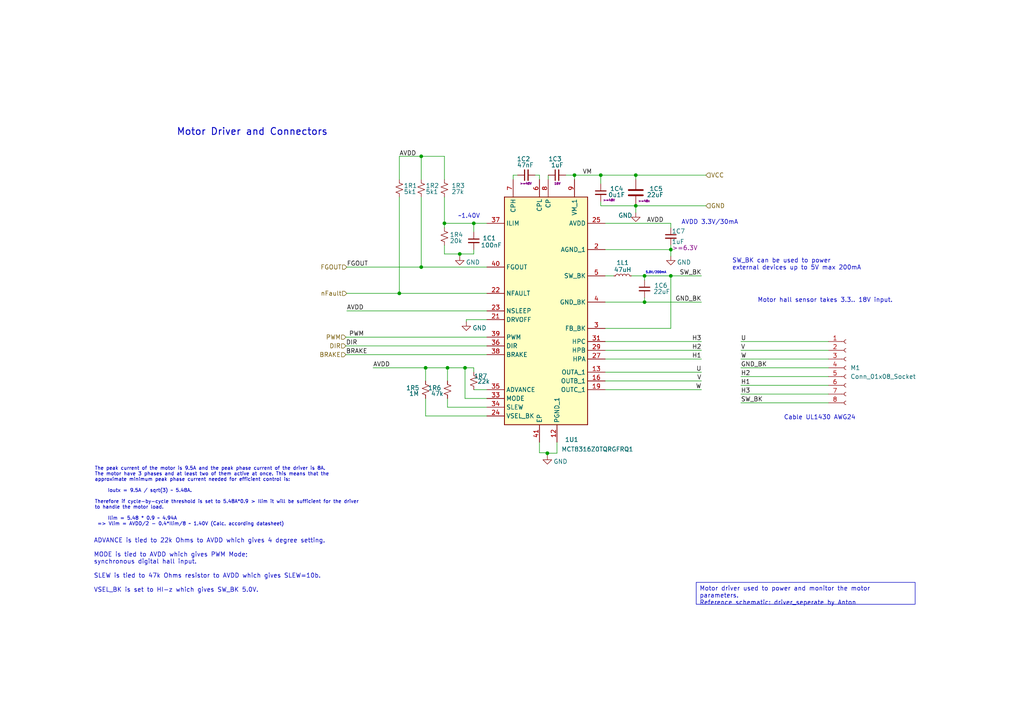
<source format=kicad_sch>
(kicad_sch (version 20231120) (generator "eeschema") (generator_version "8.0")
  (paper "A4")
  (lib_symbols
    (symbol "Connector:Conn_01x08_Socket" (pin_names (offset 1.016) hide)
      (property "Reference" "J" (at 0 10.16 0))
      (property "Value" "Conn_01x08_Socket" (at 0 -12.7 0))
      (symbol "Conn_01x08_Socket_1_1"
        (arc (start 0 -9.652) (mid -0.5058 -10.16) (end 0 -10.668) (stroke (width 0.1524)))
        (arc (start 0 -7.112) (mid -0.5058 -7.62) (end 0 -8.128) (stroke (width 0.1524)))
        (arc (start 0 -4.572) (mid -0.5058 -5.08) (end 0 -5.588) (stroke (width 0.1524)))
        (arc (start 0 -2.032) (mid -0.5058 -2.54) (end 0 -3.048) (stroke (width 0.1524)))
        (polyline (pts (xy -1.27 -10.16) (xy -0.508 -10.16)) (stroke (width 0.1524)))
        (polyline (pts (xy -1.27 -7.62) (xy -0.508 -7.62)) (stroke (width 0.1524)))
        (polyline (pts (xy -1.27 -5.08) (xy -0.508 -5.08)) (stroke (width 0.1524)))
        (polyline (pts (xy -1.27 -2.54) (xy -0.508 -2.54)) (stroke (width 0.1524)))
        (polyline (pts (xy -1.27 0) (xy -0.508 0)) (stroke (width 0.1524)))
        (polyline (pts (xy -1.27 2.54) (xy -0.508 2.54)) (stroke (width 0.1524)))
        (polyline (pts (xy -1.27 5.08) (xy -0.508 5.08)) (stroke (width 0.1524)))
        (polyline (pts (xy -1.27 7.62) (xy -0.508 7.62)) (stroke (width 0.1524)))
        (arc (start 0 0.508) (mid -0.5058 0) (end 0 -0.508) (stroke (width 0.1524)))
        (arc (start 0 3.048) (mid -0.5058 2.54) (end 0 2.032) (stroke (width 0.1524)))
        (arc (start 0 5.588) (mid -0.5058 5.08) (end 0 4.572) (stroke (width 0.1524)))
        (arc (start 0 8.128) (mid -0.5058 7.62) (end 0 7.112) (stroke (width 0.1524)))
        (pin passive line (at -5.08 7.62 0) (length 3.81) (name "Pin_1") (number "1"))
        (pin passive line (at -5.08 5.08 0) (length 3.81) (name "Pin_2") (number "2"))
        (pin passive line (at -5.08 2.54 0) (length 3.81) (name "Pin_3") (number "3"))
        (pin passive line (at -5.08 0 0) (length 3.81) (name "Pin_4") (number "4"))
        (pin passive line (at -5.08 -2.54 0) (length 3.81) (name "Pin_5") (number "5"))
        (pin passive line (at -5.08 -5.08 0) (length 3.81) (name "Pin_6") (number "6"))
        (pin passive line (at -5.08 -7.62 0) (length 3.81) (name "Pin_7") (number "7"))
        (pin passive line (at -5.08 -10.16 0) (length 3.81) (name "Pin_8") (number "8"))
      )
    )
    (symbol "Device:C" (pin_numbers hide) (pin_names (offset 0.254))
      (property "Reference" "C" (at 0.635 2.54 0))
      (property "Value" "C" (at 0.635 -2.54 0))
      (symbol "C_0_1"
        (polyline (pts (xy -2.032 -0.762) (xy 2.032 -0.762)) (stroke (width 0.508)))
        (polyline (pts (xy -2.032 0.762) (xy 2.032 0.762)) (stroke (width 0.508)))
      )
      (symbol "C_1_1"
        (pin passive line (at 0 3.81 270) (length 2.794) (name "~") (number "1"))
        (pin passive line (at 0 -3.81 90) (length 2.794) (name "~") (number "2"))
      )
    )
    (symbol "Device:C_Small" (pin_numbers hide) (pin_names (offset 0.254) hide)
      (property "Reference" "C" (at 0.254 1.778 0))
      (property "Value" "C_Small" (at 0.254 -2.032 0))
      (symbol "C_Small_0_1"
        (polyline (pts (xy -1.524 -0.508) (xy 1.524 -0.508)) (stroke (width 0.3302)))
        (polyline (pts (xy -1.524 0.508) (xy 1.524 0.508)) (stroke (width 0.3048)))
      )
      (symbol "C_Small_1_1"
        (pin passive line (at 0 2.54 270) (length 2.032) (name "~") (number "1"))
        (pin passive line (at 0 -2.54 90) (length 2.032) (name "~") (number "2"))
      )
    )
    (symbol "Device:L_Small" (pin_numbers hide) (pin_names (offset 0.254) hide)
      (property "Reference" "L" (at 0.762 1.016 0))
      (property "Value" "L_Small" (at 0.762 -1.016 0))
      (symbol "L_Small_0_1"
        (arc (start 0 -2.032) (mid 0.5058 -1.524) (end 0 -1.016))
        (arc (start 0 -1.016) (mid 0.5058 -0.508) (end 0 0))
        (arc (start 0 0) (mid 0.5058 0.508) (end 0 1.016))
        (arc (start 0 1.016) (mid 0.5058 1.524) (end 0 2.032))
      )
      (symbol "L_Small_1_1"
        (pin passive line (at 0 2.54 270) (length 0.508) (name "~") (number "1"))
        (pin passive line (at 0 -2.54 90) (length 0.508) (name "~") (number "2"))
      )
    )
    (symbol "Device:R_Small_US" (pin_numbers hide) (pin_names (offset 0.254) hide)
      (property "Reference" "R" (at 0.762 0.508 0))
      (property "Value" "R_Small_US" (at 0.762 -1.016 0))
      (symbol "R_Small_US_1_1"
        (polyline (pts (xy 0 0) (xy 1.016 -0.381) (xy 0 -0.762) (xy -1.016 -1.143) (xy 0 -1.524)))
        (polyline (pts (xy 0 1.524) (xy 1.016 1.143) (xy 0 0.762) (xy -1.016 0.381) (xy 0 0)))
        (pin passive line (at 0 2.54 270) (length 1.016) (name "~") (number "1"))
        (pin passive line (at 0 -2.54 90) (length 1.016) (name "~") (number "2"))
      )
    )
    (symbol "MCT8316Z0TQRGFRQ1:MCT8316Z0TQRGFRQ1"
      (property "Reference" "IC?" (at 5.08 -54.61 0))
      (property "Value" "MCT8316Z0TQRGFRQ1" (at 21.59 -54.61 0))
      (symbol "MCT8316Z0TQRGFRQ1_1_1"
        (rectangle (start 5.08 12.7) (end 29.21 -53.34) (stroke (width 0.254)) (fill (type background)))
        (pin no_connect line (at 29.21 -5.08 180) (length 5.08) hide (name "NC") (number "1"))
        (pin passive line (at 25.4 17.78 270) (length 5.08) hide (name "VM_2") (number "10"))
        (pin passive line (at 25.4 17.78 270) (length 5.08) hide (name "VM_3") (number "11"))
        (pin passive line (at 20.32 -58.42 90) (length 5.08) (name "PGND_1") (number "12"))
        (pin passive line (at 34.29 -38.1 180) (length 5.08) (name "OUTA_1") (number "13"))
        (pin passive line (at 34.29 -38.1 180) (length 5.08) hide (name "OUTA_2") (number "14"))
        (pin passive line (at 20.32 -58.42 90) (length 5.08) hide (name "PGND_2") (number "15"))
        (pin passive line (at 34.29 -40.64 180) (length 5.08) (name "OUTB_1") (number "16"))
        (pin passive line (at 34.29 -40.64 180) (length 5.08) hide (name "OUTB_2") (number "17"))
        (pin passive line (at 20.32 -58.42 90) (length 5.08) hide (name "PGND_3") (number "18"))
        (pin passive line (at 34.29 -43.18 180) (length 5.08) (name "OUTC_1") (number "19"))
        (pin passive line (at 34.29 -2.54 180) (length 5.08) (name "AGND_1") (number "2"))
        (pin passive line (at 34.29 -43.18 180) (length 5.08) hide (name "OUTC_2") (number "20"))
        (pin passive line (at 0 -22.86 0) (length 5.08) (name "DRVOFF") (number "21"))
        (pin passive line (at 0 -15.24 0) (length 5.08) (name "NFAULT") (number "22"))
        (pin passive line (at 0 -20.32 0) (length 5.08) (name "NSLEEP") (number "23"))
        (pin passive line (at 0 -50.8 0) (length 5.08) (name "VSEL_BK") (number "24"))
        (pin passive line (at 34.29 5.08 180) (length 5.08) (name "AVDD") (number "25"))
        (pin passive line (at 34.29 -2.54 180) (length 5.08) hide (name "AGND_2") (number "26"))
        (pin passive line (at 34.29 -34.29 180) (length 5.08) (name "HPA") (number "27"))
        (pin no_connect line (at 29.21 -21.59 180) (length 5.08) hide (name "HNA") (number "28"))
        (pin passive line (at 34.29 -31.75 180) (length 5.08) (name "HPB") (number "29"))
        (pin passive line (at 34.29 -25.4 180) (length 5.08) (name "FB_BK") (number "3"))
        (pin no_connect line (at 29.21 -21.59 180) (length 5.08) hide (name "HNB") (number "30"))
        (pin passive line (at 34.29 -29.21 180) (length 5.08) (name "HPC") (number "31"))
        (pin no_connect line (at 29.21 -21.59 180) (length 5.08) hide (name "HNC") (number "32"))
        (pin passive line (at 0 -45.72 0) (length 5.08) (name "MODE") (number "33"))
        (pin passive line (at 0 -48.26 0) (length 5.08) (name "SLEW") (number "34"))
        (pin passive line (at 0 -43.18 0) (length 5.08) (name "ADVANCE") (number "35"))
        (pin passive line (at 0 -30.48 0) (length 5.08) (name "DIR") (number "36"))
        (pin passive line (at 0 5.08 0) (length 5.08) (name "ILIM") (number "37"))
        (pin passive line (at 0 -33.02 0) (length 5.08) (name "BRAKE") (number "38"))
        (pin passive line (at 0 -27.94 0) (length 5.08) (name "PWM") (number "39"))
        (pin passive line (at 34.29 -17.78 180) (length 5.08) (name "GND_BK") (number "4"))
        (pin passive line (at 0 -7.62 0) (length 5.08) (name "FGOUT") (number "40"))
        (pin passive line (at 15.24 -58.42 90) (length 5.08) (name "EP") (number "41"))
        (pin passive line (at 34.29 -10.16 180) (length 5.08) (name "SW_BK") (number "5"))
        (pin passive line (at 15.24 17.78 270) (length 5.08) (name "CPL") (number "6"))
        (pin passive line (at 7.62 17.78 270) (length 5.08) (name "CPH") (number "7"))
        (pin passive line (at 17.78 17.78 270) (length 5.08) (name "CP") (number "8"))
        (pin passive line (at 25.4 17.78 270) (length 5.08) (name "VM_1") (number "9"))
      )
    )
    (symbol "power:GND" (power) (pin_numbers hide) (pin_names (offset 0) hide)
      (property "Value" "GND" (at 0 -3.81 0))
      (symbol "GND_0_1"
        (polyline (pts (xy 0 0) (xy 0 -1.27) (xy 1.27 -1.27) (xy 0 -2.54) (xy -1.27 -1.27) (xy 0 -1.27)))
      )
      (symbol "GND_1_1"
        (pin power_in line (at 0 0 270) (length 0) (name "~") (number "1"))
      )
    )
  )
  (junction (at 166.624 50.8))
  (junction (at 129.794 106.68))
  (junction (at 184.404 59.69))
  (junction (at 133.35 73.66))
  (junction (at 134.874 106.68))
  (junction (at 186.944 80.01))
  (junction (at 122.174 77.47))
  (junction (at 186.944 87.63))
  (junction (at 184.404 50.8))
  (junction (at 123.444 106.68))
  (junction (at 115.824 85.09))
  (junction (at 122.174 45.339))
  (junction (at 137.414 64.77))
  (junction (at 158.75 131.445))
  (junction (at 174.244 50.8))
  (junction (at 128.905 64.77))
  (junction (at 194.564 72.39))
  (junction (at 194.564 80.01))
  (wire (pts (xy 128.905 57.15) (xy 128.905 64.77)))
  (wire (pts (xy 123.444 120.65) (xy 141.224 120.65)))
  (wire (pts (xy 166.624 50.8) (xy 166.624 52.07)))
  (wire (pts (xy 214.884 109.22) (xy 240.284 109.22)))
  (wire (pts (xy 134.874 106.68) (xy 137.414 106.68)))
  (wire (pts (xy 100.584 85.09) (xy 115.824 85.09)))
  (wire (pts (xy 122.174 45.339) (xy 128.905 45.339)))
  (wire (pts (xy 183.134 80.01) (xy 186.944 80.01)))
  (wire (pts (xy 100.33 100.33) (xy 141.224 100.33)))
  (wire (pts (xy 164.084 50.8) (xy 166.624 50.8)))
  (wire (pts (xy 156.464 131.318) (xy 158.75 131.318)))
  (wire (pts (xy 175.514 101.6) (xy 203.454 101.6)))
  (wire (pts (xy 194.564 71.12) (xy 194.564 72.39)))
  (wire (pts (xy 194.564 64.77) (xy 194.564 66.04)))
  (wire (pts (xy 137.414 113.03) (xy 141.224 113.03)))
  (wire (pts (xy 129.794 115.57) (xy 129.794 118.11)))
  (wire (pts (xy 194.564 72.39) (xy 194.564 74.295)))
  (wire (pts (xy 133.35 73.66) (xy 137.414 73.66)))
  (wire (pts (xy 214.884 116.84) (xy 240.284 116.84)))
  (wire (pts (xy 128.905 45.339) (xy 128.905 52.07)))
  (wire (pts (xy 115.824 45.339) (xy 122.174 45.339)))
  (wire (pts (xy 158.75 131.445) (xy 158.75 132.08)))
  (wire (pts (xy 175.514 107.95) (xy 203.454 107.95)))
  (wire (pts (xy 174.244 50.8) (xy 174.244 53.34)))
  (wire (pts (xy 214.884 99.06) (xy 240.284 99.06)))
  (wire (pts (xy 115.824 45.339) (xy 115.824 52.07)))
  (wire (pts (xy 175.514 113.03) (xy 203.454 113.03)))
  (wire (pts (xy 175.514 95.25) (xy 194.564 95.25)))
  (wire (pts (xy 174.244 50.8) (xy 184.404 50.8)))
  (wire (pts (xy 186.944 80.01) (xy 194.564 80.01)))
  (wire (pts (xy 175.514 104.14) (xy 203.454 104.14)))
  (wire (pts (xy 133.35 73.66) (xy 133.35 74.295)))
  (wire (pts (xy 148.844 50.8) (xy 150.114 50.8)))
  (wire (pts (xy 175.514 110.49) (xy 203.454 110.49)))
  (wire (pts (xy 175.514 87.63) (xy 186.944 87.63)))
  (wire (pts (xy 129.794 106.68) (xy 134.874 106.68)))
  (wire (pts (xy 184.404 59.69) (xy 204.724 59.69)))
  (wire (pts (xy 156.464 128.27) (xy 156.464 131.318)))
  (wire (pts (xy 148.844 50.8) (xy 148.844 52.07)))
  (wire (pts (xy 186.944 80.01) (xy 186.944 81.28)))
  (wire (pts (xy 128.905 73.66) (xy 128.905 71.12)))
  (wire (pts (xy 175.514 72.39) (xy 194.564 72.39)))
  (wire (pts (xy 158.75 131.445) (xy 161.544 131.445)))
  (wire (pts (xy 161.544 128.27) (xy 161.544 131.445)))
  (wire (pts (xy 134.874 115.57) (xy 141.224 115.57)))
  (wire (pts (xy 175.514 99.06) (xy 203.454 99.06)))
  (wire (pts (xy 214.884 111.76) (xy 240.284 111.76)))
  (wire (pts (xy 175.514 80.01) (xy 178.054 80.01)))
  (wire (pts (xy 214.884 114.3) (xy 240.284 114.3)))
  (wire (pts (xy 129.794 118.11) (xy 141.224 118.11)))
  (wire (pts (xy 186.944 86.36) (xy 186.944 87.63)))
  (wire (pts (xy 137.414 106.68) (xy 137.414 107.95)))
  (wire (pts (xy 115.824 85.09) (xy 141.224 85.09)))
  (wire (pts (xy 122.174 77.47) (xy 141.224 77.47)))
  (wire (pts (xy 108.204 106.68) (xy 123.444 106.68)))
  (wire (pts (xy 128.905 73.66) (xy 133.35 73.66)))
  (wire (pts (xy 137.414 64.77) (xy 141.224 64.77)))
  (wire (pts (xy 175.514 64.77) (xy 194.564 64.77)))
  (wire (pts (xy 122.174 57.15) (xy 122.174 77.47)))
  (wire (pts (xy 184.404 50.8) (xy 184.404 52.07)))
  (wire (pts (xy 135.255 92.71) (xy 141.224 92.71)))
  (wire (pts (xy 100.584 90.17) (xy 141.224 90.17)))
  (wire (pts (xy 129.794 106.68) (xy 129.794 110.49)))
  (wire (pts (xy 135.255 92.71) (xy 135.255 93.345)))
  (wire (pts (xy 123.444 115.57) (xy 123.444 120.65)))
  (wire (pts (xy 156.464 50.8) (xy 155.194 50.8)))
  (wire (pts (xy 159.004 50.8) (xy 159.004 52.07)))
  (wire (pts (xy 123.444 106.68) (xy 129.794 106.68)))
  (wire (pts (xy 174.244 59.69) (xy 184.404 59.69)))
  (wire (pts (xy 158.75 131.318) (xy 158.75 131.445)))
  (wire (pts (xy 156.464 50.8) (xy 156.464 52.07)))
  (wire (pts (xy 128.905 64.77) (xy 128.905 66.04)))
  (wire (pts (xy 123.444 110.49) (xy 123.444 106.68)))
  (wire (pts (xy 194.564 80.01) (xy 194.564 95.25)))
  (wire (pts (xy 137.414 64.77) (xy 137.414 67.31)))
  (wire (pts (xy 186.944 87.63) (xy 203.454 87.63)))
  (wire (pts (xy 214.884 106.68) (xy 240.284 106.68)))
  (wire (pts (xy 122.174 77.47) (xy 100.584 77.47)))
  (wire (pts (xy 128.905 64.77) (xy 137.414 64.77)))
  (wire (pts (xy 184.404 59.69) (xy 184.404 61.722)))
  (wire (pts (xy 166.624 50.8) (xy 174.244 50.8)))
  (wire (pts (xy 100.33 97.79) (xy 141.224 97.79)))
  (wire (pts (xy 194.564 80.01) (xy 203.454 80.01)))
  (wire (pts (xy 174.244 58.42) (xy 174.244 59.69)))
  (wire (pts (xy 184.404 50.8) (xy 204.724 50.8)))
  (wire (pts (xy 214.884 104.14) (xy 240.284 104.14)))
  (wire (pts (xy 100.33 102.87) (xy 141.224 102.87)))
  (wire (pts (xy 115.824 57.15) (xy 115.824 85.09)))
  (wire (pts (xy 137.414 72.39) (xy 137.414 73.66)))
  (wire (pts (xy 122.174 45.339) (xy 122.174 52.07)))
  (wire (pts (xy 134.874 106.68) (xy 134.874 115.57)))
  (wire (pts (xy 214.884 101.6) (xy 240.284 101.6)))
  (text_box "Motor driver used to power and monitor the motor parameters.\nReference schematic: driver_seperate by Anton" (at 201.93 168.91 0) (size 63.5 6.35) (effects (font (size 1.27 1.27)) (justify left top)))
  (text "Motor hall sensor takes 3.3.. 18V input." (at 219.71 87.884 0) (effects (font (size 1.27 1.27)) (justify left bottom)))
  (text "ADVANCE is tied to 22k Ohms to AVDD which gives 4 degree setting.\n\nMODE is tied to AVDD which gives PWM Mode;\nsynchronous digital hall input.\n\nSLEW is tied to 47k Ohms resistor to AVDD which gives SLEW=10b.\n\nVSEL_BK is set to HI-z which gives SW_BK 5.0V." (at 27.178 171.958 0) (effects (font (size 1.27 1.27)) (justify left bottom)))
  (text "The peak current of the motor is 9.5A and the peak phase current of the driver is 8A.\nThe motor have 3 phases and at least two of them active at once. This means that the\napproximate minimum peak phase current needed for efficient control is:\n	\n	Ioutx = 9.5A / sqrt(3) ~ 5.48A.\n\nTherefore if cycle-by-cycle threshold is set to 5.48A*0.9 > Ilim it will be sufficient for the driver\nto handle the motor load.\n\n	Ilim = 5.48 * 0.9 ~ 4.94A\n => Vlim = AVDD/2 - 0.4*Ilim/8 ~ 1.40V (Calc. according datasheet)" (at 27.432 152.654 0) (effects (font (size 1 1)) (justify left bottom)))
  (text "~1.40V" (at 132.842 63.5 0) (effects (font (size 1.27 1.27)) (justify left bottom)))
  (text "Cable UL1430 AWG24" (at 227.33 121.92 0) (effects (font (size 1.27 1.27)) (justify left bottom)))
  (text "SW_BK can be used to power \nexternal devices up to 5V max 200mA\n" (at 212.344 78.486 0) (effects (font (size 1.27 1.27)) (justify left bottom)))
  (text "5.0V/200mA" (at 187.198 79.502 0) (effects (font (size 0.635 0.635)) (justify left bottom)))
  (text "Motor Driver and Connectors" (at 51.181 39.497 0) (effects (font (size 2 2) (thickness 0.254) (bold yes)) (justify left bottom)))
  (text "AVDD 3.3V/30mA" (at 197.612 65.278 0) (effects (font (size 1.27 1.27)) (justify left bottom)))
  (label "U" (at 214.884 99.06 0))
  (label "GND_BK" (at 214.884 106.68 0))
  (label "FGOUT" (at 100.584 77.47 0))
  (label "H2" (at 203.454 101.6 180))
  (label "GND_BK" (at 203.454 87.63 180))
  (label "U" (at 203.454 107.95 180))
  (label "H3" (at 203.454 99.06 180))
  (label "PWM" (at 101.219 97.79 0))
  (label "H3" (at 214.884 114.3 0))
  (label "V" (at 203.454 110.49 180))
  (label "H1" (at 203.454 104.14 180))
  (label "AVDD" (at 100.584 90.17 0))
  (label "DIR" (at 100.33 100.33 0))
  (label "AVDD" (at 187.579 64.77 0))
  (label "SW_BK" (at 203.454 80.01 180))
  (label "W" (at 203.454 113.03 180))
  (label "AVDD" (at 115.824 45.466 0))
  (label "BRAKE" (at 100.33 102.87 0))
  (label "AVDD" (at 108.204 106.68 0))
  (label "SW_BK" (at 214.884 116.84 0))
  (label "W" (at 214.884 104.14 0))
  (label "H1" (at 214.884 111.76 0))
  (label "V" (at 214.884 101.6 0))
  (label "H2" (at 214.884 109.22 0))
  (label "VM" (at 171.704 50.8 180))
  (hierarchical_label "GND" (shape input) (at 204.724 59.69 0))
  (hierarchical_label "FGOUT" (shape input) (at 100.584 77.47 180))
  (hierarchical_label "PWM" (shape input) (at 100.33 97.79 180))
  (hierarchical_label "DIR" (shape input) (at 100.33 100.33 180))
  (hierarchical_label "VCC" (shape input) (at 204.724 50.8 0))
  (hierarchical_label "BRAKE" (shape input) (at 100.33 102.87 180))
  (hierarchical_label "nFault" (shape input) (at 100.584 85.09 180))
  (symbol (lib_id "Device:C_Small") (at 174.244 55.88 0) (unit 1)
    (property "Reference" "1C4" (at 176.911 54.737 0) (effects (justify left)))
    (property "Value" "0u1F" (at 176.403 56.515 0) (effects (justify left)))
    (property "Footprint" "Capacitor_SMD:C_0402_1005Metric" (effects (hide yes)))
    (property "Description" "MFR.Part # CL05B104KB54PNC JLCPCB Part # C307331" (effects (hide yes)))
    (property "Voltage" ">=48V" (at 176.657 58.039 0) (effects (font (size 0.635 0.635))))
  )
  (symbol (lib_id "power:GND") (at 194.564 74.295 0) (unit 1)
    (property "Reference" "#PWR023" (effects (hide yes)))
    (property "Value" "GND" (at 198.374 76.073 0))
    (property "Description" "Power symbol creates a global label with name \"GND\" , ground" (effects (hide yes)))
  )
  (symbol (lib_id "Connector:Conn_01x08_Socket") (at 245.364 106.68 0) (unit 1)
    (property "Reference" "M1" (at 246.634 106.6799 0) (effects (justify left)))
    (property "Value" "Conn_01x08_Socket" (at 246.634 109.2199 0) (effects (justify left)))
    (property "Footprint" "Connector_PinHeader_2.54mm:PinHeader_1x08_P2.54mm_Vertical" (effects (hide yes)))
    (property "Description" "MFR.Part # X6511WVS-08H-C60D48R2 JLCPCB Part # C2883765" (effects (hide yes)))
  )
  (symbol (lib_id "power:GND") (at 133.35 74.295 0) (unit 1)
    (property "Reference" "#PWR020" (effects (hide yes)))
    (property "Value" "GND" (at 137.16 76.073 0))
    (property "Description" "Power symbol creates a global label with name \"GND\" , ground" (effects (hide yes)))
  )
  (symbol (lib_id "Device:R_Small_US") (at 129.794 113.03 180) (unit 1)
    (property "Reference" "1R6" (at 128.016 112.522 0) (effects (justify left)))
    (property "Value" "47k" (at 128.651 114.173 0) (effects (justify left)))
    (property "Footprint" "Resistor_SMD:R_0402_1005Metric" (effects (hide yes)))
    (property "Description" "Resistor, small US symbol" (effects (hide yes)))
  )
  (symbol (lib_id "Device:C_Small") (at 161.544 50.8 90) (unit 1)
    (property "Reference" "1C3" (at 162.941 46.101 90) (effects (justify left)))
    (property "Value" "1uF" (at 163.449 47.879 90) (effects (justify left)))
    (property "Footprint" "Capacitor_SMD:C_0402_1005Metric" (effects (hide yes)))
    (property "Description" "MFR.Part # CL05A105KP5NNNC JLCPCB Part # C14445" (effects (hide yes)))
    (property "Voltage" "16V" (at 161.671 53.213 90) (effects (font (size 0.635 0.635))))
  )
  (symbol (lib_id "power:GND") (at 158.75 132.08 0) (unit 1)
    (property "Reference" "#PWR019" (effects (hide yes)))
    (property "Value" "GND" (at 162.56 133.858 0))
    (property "Description" "Power symbol creates a global label with name \"GND\" , ground" (effects (hide yes)))
  )
  (symbol (lib_id "Device:R_Small_US") (at 115.824 54.61 0) (unit 1)
    (property "Reference" "1R1" (at 117.094 53.848 0) (effects (justify left)))
    (property "Value" "5k1" (at 117.094 55.626 0) (effects (justify left)))
    (property "Footprint" "Resistor_SMD:R_0603_1608Metric" (effects (hide yes)))
    (property "Description" "MFR.Part # ERJ3GEYJ512V JLCPCB Part # C403509" (effects (hide yes)))
  )
  (symbol (lib_id "power:GND") (at 184.404 61.722 0) (unit 1)
    (property "Reference" "#PWR022" (effects (hide yes)))
    (property "Value" "GND" (at 181.356 62.484 0))
    (property "Description" "Power symbol creates a global label with name \"GND\" , ground" (effects (hide yes)))
  )
  (symbol (lib_id "MCT8316Z0TQRGFRQ1:MCT8316Z0TQRGFRQ1") (at 141.224 69.85 0) (unit 1)
    (property "Reference" "1U1" (at 163.83 127.508 0) (effects (justify left)))
    (property "Value" "MCT8316Z0TQRGFRQ1" (at 162.814 130.302 0) (effects (justify left)))
    (property "Footprint" "MTR:RGF0040E-IPC_B" (effects (hide yes)))
    (property "Reference_1" "IC" (effects (hide yes)))
    (property "Value_1" "MCT8316Z0TQRGFRQ1" (effects (hide yes)))
    (property "Footprint_1" "QFN50P500X700X100-41N-D" (effects (hide yes)))
    (property "Datasheet_1" "https://www.ti.com/lit/ds/symlink/mct8316z-q1.pdf?ts=1644468763902&ref_url=https%253A%252F%252Fwww.ti.com%252Fproduct%252FMCT8316Z-Q1" (effects (hide yes)))
    (property "Height" "1" (effects (hide yes)))
    (property "Mouser Part Number" "595-CT8316Z0TQRGFRQ1" (effects (hide yes)))
    (property "Mouser Price/Stock" "https://www.mouser.co.uk/ProductDetail/Texas-Instruments/MCT8316Z0TQRGFRQ1?qs=doiCPypUmgGjpIW3bYp16w%3D%3D" (effects (hide yes)))
    (property "Manufacturer_Name" "Texas Instruments" (effects (hide yes)))
    (property "Manufacturer_Part_Number" "MCT8316Z0TQRGFRQ1" (effects (hide yes)))
  )
  (symbol (lib_id "Device:L_Small") (at 180.594 80.01 90) (unit 1)
    (property "Reference" "1L1" (at 180.594 76.2 90))
    (property "Value" "47uH" (at 180.594 78.232 90))
    (property "Footprint" "Inductor_SMD:L_0805_2012Metric" (effects (hide yes)))
    (property "Description" "MFR.Part # CMI201212J470KT JLCPCB Part # C105499" (effects (hide yes)))
  )
  (symbol (lib_id "Device:R_Small_US") (at 128.905 68.58 0) (unit 1)
    (property "Reference" "1R4" (at 130.429 68.072 0) (effects (justify left)))
    (property "Value" "20k" (at 130.429 69.85 0) (effects (justify left)))
    (property "Footprint" "Resistor_SMD:R_0603_1608Metric" (effects (hide yes)))
    (property "Description" "Resistor, small US symbol" (effects (hide yes)))
  )
  (symbol (lib_id "Device:C_Small") (at 152.654 50.8 90) (unit 1)
    (property "Reference" "1C2" (at 153.797 46.101 90) (effects (justify left)))
    (property "Value" "47nF" (at 154.813 47.879 90) (effects (justify left)))
    (property "Footprint" "Capacitor_SMD:C_0402_1005Metric" (effects (hide yes)))
    (property "Description" "MFR.Part # CL05B473KB5VPNC JLCPCB Part # C307339" (effects (hide yes)))
    (property "Voltage" ">=48V" (at 152.527 53.213 90) (effects (font (size 0.635 0.635))))
  )
  (symbol (lib_id "Device:C") (at 184.404 55.88 0) (unit 1)
    (property "Reference" "1C5" (at 188.341 54.737 0) (effects (justify left)))
    (property "Value" "22uF" (at 187.579 56.515 0) (effects (justify left)))
    (property "Footprint" "Capacitor_SMD:C_2220_5750Metric" (effects (hide yes)))
    (property "Description" "MFR.Part # FS55X226K500EHG JLCPCB Part # C784103" (effects (hide yes)))
    (property "Voltage" ">=48v" (at 186.817 58.293 0) (effects (font (size 0.635 0.635))))
  )
  (symbol (lib_id "Device:C_Small") (at 194.564 68.58 0) (unit 1)
    (property "Reference" "1C7" (at 194.818 67.056 0) (effects (justify left)))
    (property "Value" "1uF" (at 194.818 70.104 0) (effects (justify left)))
    (property "Footprint" "Capacitor_SMD:C_0402_1005Metric" (effects (hide yes)))
    (property "Description" "MFR.Part # GRM155R61A105KE15D JLCPCB Part # C76999" (effects (hide yes)))
    (property "Voltage" ">=6.3V" (at 198.628 71.882 0))
  )
  (symbol (lib_id "Device:R_Small_US") (at 137.414 110.49 180) (unit 1)
    (property "Reference" "1R7" (at 141.351 109.093 0) (effects (justify left)))
    (property "Value" "22k" (at 142.113 110.617 0) (effects (justify left)))
    (property "Footprint" "Resistor_SMD:R_0402_1005Metric" (effects (hide yes)))
    (property "Description" "Resistor, small US symbol" (effects (hide yes)))
  )
  (symbol (lib_id "power:GND") (at 135.255 93.345 0) (unit 1)
    (property "Reference" "#PWR056" (effects (hide yes)))
    (property "Value" "GND" (at 139.065 95.123 0))
    (property "Description" "Power symbol creates a global label with name \"GND\" , ground" (effects (hide yes)))
  )
  (symbol (lib_id "Device:C_Small") (at 186.944 83.82 0) (unit 1)
    (property "Reference" "1C6" (at 189.738 82.804 0) (effects (justify left)))
    (property "Value" "22uF" (at 189.484 84.582 0) (effects (justify left)))
    (property "Footprint" "Capacitor_SMD:C_0402_1005Metric" (effects (hide yes)))
    (property "Description" "MFR.Part # CL05A226MQ5QUNC JLCPCB Part # C105226" (effects (hide yes)))
  )
  (symbol (lib_id "Device:C_Small") (at 137.414 69.85 0) (unit 1)
    (property "Reference" "1C1" (at 139.954 69.088 0) (effects (justify left)))
    (property "Value" "100nF" (at 139.446 71.12 0) (effects (justify left)))
    (property "Footprint" "Capacitor_SMD:C_0402_1005Metric" (effects (hide yes)))
    (property "Description" "MFR.Part # CL05B104KO5NNNC JLCPCB Part # C1525" (effects (hide yes)))
  )
  (symbol (lib_id "Device:R_Small_US") (at 122.174 54.61 0) (unit 1)
    (property "Reference" "1R2" (at 123.444 53.848 0) (effects (justify left)))
    (property "Value" "5k1" (at 123.444 55.626 0) (effects (justify left)))
    (property "Footprint" "Resistor_SMD:R_0603_1608Metric" (effects (hide yes)))
    (property "Description" "MFR.Part # ERJ3GEYJ512V JLCPCB Part # C403509" (effects (hide yes)))
  )
  (symbol (lib_id "Device:R_Small_US") (at 128.905 54.61 0) (unit 1)
    (property "Reference" "1R3" (at 130.937 53.848 0) (effects (justify left)))
    (property "Value" "27k" (at 130.937 55.626 0) (effects (justify left)))
    (property "Footprint" "Resistor_SMD:R_0603_1608Metric" (effects (hide yes)))
    (property "Description" "Resistor, small US symbol" (effects (hide yes)))
  )
  (symbol (lib_id "Device:R_Small_US") (at 123.444 113.03 180) (unit 1)
    (property "Reference" "1R5" (at 121.666 112.522 0) (effects (justify left)))
    (property "Value" "1M" (at 121.539 114.173 0) (effects (justify left)))
    (property "Footprint" "Resistor_SMD:R_0805_2012Metric" (effects (hide yes)))
    (property "Description" "Resistor, small US symbol" (effects (hide yes)))
  )
)
</source>
